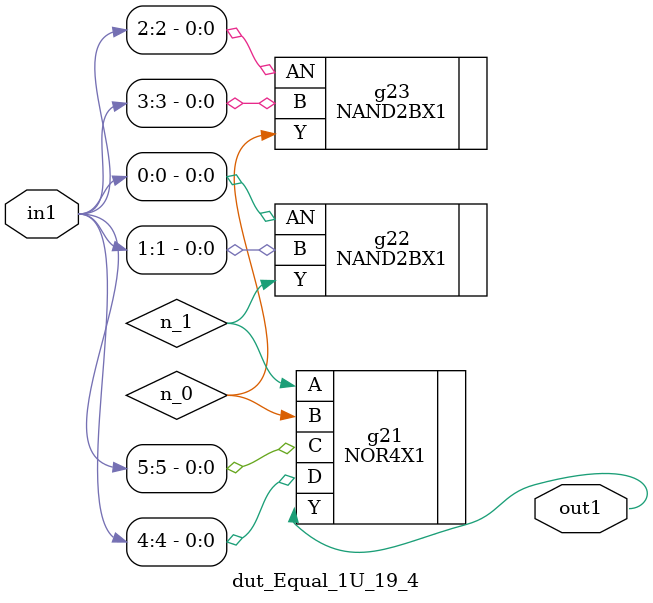
<source format=v>
`timescale 1ps / 1ps


module dut_Equal_1U_19_4(in1, out1);
  input [5:0] in1;
  output out1;
  wire [5:0] in1;
  wire out1;
  wire n_0, n_1;
  NOR4X1 g21(.A (n_1), .B (n_0), .C (in1[5]), .D (in1[4]), .Y (out1));
  NAND2BX1 g22(.AN (in1[0]), .B (in1[1]), .Y (n_1));
  NAND2BX1 g23(.AN (in1[2]), .B (in1[3]), .Y (n_0));
endmodule



</source>
